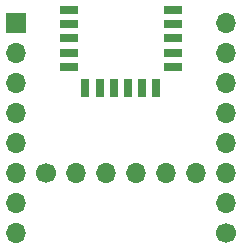
<source format=gts>
G04 #@! TF.GenerationSoftware,KiCad,Pcbnew,8.0.1*
G04 #@! TF.CreationDate,2024-08-02T19:33:06+01:00*
G04 #@! TF.ProjectId,rn4871_interposer,726e3438-3731-45f6-996e-746572706f73,rev?*
G04 #@! TF.SameCoordinates,Original*
G04 #@! TF.FileFunction,Soldermask,Top*
G04 #@! TF.FilePolarity,Negative*
%FSLAX46Y46*%
G04 Gerber Fmt 4.6, Leading zero omitted, Abs format (unit mm)*
G04 Created by KiCad (PCBNEW 8.0.1) date 2024-08-02 19:33:06*
%MOMM*%
%LPD*%
G01*
G04 APERTURE LIST*
%ADD10R,1.500000X0.700000*%
%ADD11R,0.700000X1.500000*%
%ADD12C,1.700000*%
%ADD13O,1.700000X1.700000*%
%ADD14R,1.700000X1.700000*%
G04 APERTURE END LIST*
D10*
X140380000Y-82717600D03*
X140380000Y-83917600D03*
X140380000Y-85117600D03*
X140380000Y-86317600D03*
X140380000Y-87517600D03*
D11*
X141780000Y-89317600D03*
X142980000Y-89317600D03*
X144180000Y-89317600D03*
X145380000Y-89317600D03*
X146580000Y-89317600D03*
X147780000Y-89317600D03*
D10*
X149180000Y-87517600D03*
X149180000Y-86317600D03*
X149180000Y-85117600D03*
X149180000Y-83917600D03*
X149180000Y-82717600D03*
D12*
X138430000Y-96520000D03*
D13*
X140970000Y-96520000D03*
X143510000Y-96520000D03*
X146050000Y-96520000D03*
X148590000Y-96520000D03*
X151130000Y-96520000D03*
D12*
X153670000Y-101600000D03*
D13*
X153670000Y-99060000D03*
X153670000Y-96520000D03*
X153670000Y-93980000D03*
X153670000Y-91440000D03*
X153670000Y-88900000D03*
X153670000Y-86360000D03*
X153670000Y-83820000D03*
D14*
X135890000Y-83820000D03*
D13*
X135890000Y-86360000D03*
X135890000Y-88900000D03*
X135890000Y-91440000D03*
X135890000Y-93980000D03*
X135890000Y-96520000D03*
X135890000Y-99060000D03*
X135890000Y-101600000D03*
M02*

</source>
